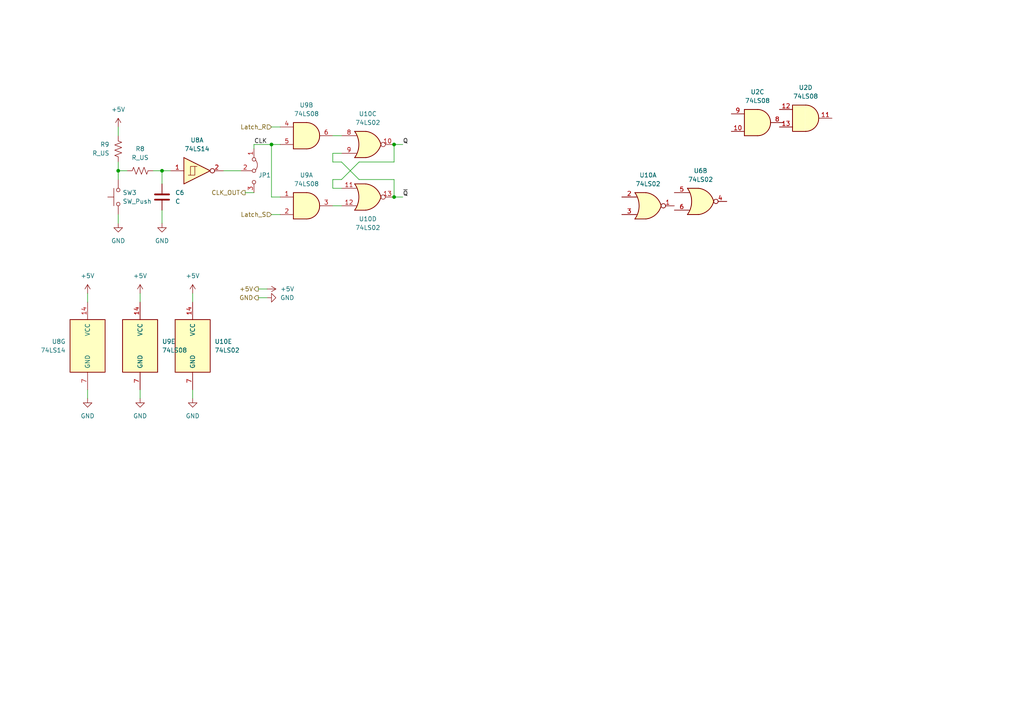
<source format=kicad_sch>
(kicad_sch (version 20230121) (generator eeschema)
  (paper "A4")
  (lib_symbols
    (symbol "74xx:74LS02" (pin_names (offset 1.016))
      (property "Reference" "U" (at 0 1.27 0))
      (property "Value" "74LS02" (at 0 -1.27 0))
      (symbol "74LS02_1_1"
        (arc (start -3.81 -3.81) (mid -2.589 0) (end -3.81 3.81) (stroke (width 0.254)))
        (arc (start -0.6096 -3.81) (mid 2.1842 -2.5851) (end 3.81 0) (stroke (width 0.254)) (fill (type background)))
        (polyline (pts (xy -3.81 -3.81) (xy -0.635 -3.81)) (stroke (width 0.254)) (fill (type background)))
        (polyline (pts (xy -3.81 3.81) (xy -0.635 3.81)) (stroke (width 0.254)) (fill (type background)))
        (polyline (pts (xy -0.635 3.81) (xy -3.81 3.81) (xy -3.81 3.81) (xy -3.556 3.4036) (xy -3.0226 2.2606) (xy -2.6924 1.0414) (xy -2.6162 -0.254) (xy -2.7686 -1.4986) (xy -3.175 -2.7178) (xy -3.81 -3.81) (xy -3.81 -3.81) (xy -0.635 -3.81)) (stroke (width -25.4)) (fill (type background)))
        (arc (start 3.81 0) (mid 2.1915 2.5936) (end -0.6096 3.81) (stroke (width 0.254)) (fill (type background)))
        (pin output inverted (at 7.62 0 180) (length 3.81) (name "~") (number "1"))
        (pin input line (at -7.62 2.54 0) (length 4.318) (name "~") (number "2"))
        (pin input line (at -7.62 -2.54 0) (length 4.318) (name "~") (number "3"))
      )
      (symbol "74LS02_1_2"
        (arc (start 0 -3.81) (mid 3.7934 0) (end 0 3.81) (stroke (width 0.254)) (fill (type background)))
        (polyline (pts (xy 0 3.81) (xy -3.81 3.81) (xy -3.81 -3.81) (xy 0 -3.81)) (stroke (width 0.254)) (fill (type background)))
        (pin output line (at 7.62 0 180) (length 3.81) (name "~") (number "1"))
        (pin input inverted (at -7.62 2.54 0) (length 3.81) (name "~") (number "2"))
        (pin input inverted (at -7.62 -2.54 0) (length 3.81) (name "~") (number "3"))
      )
      (symbol "74LS02_2_1"
        (arc (start -3.81 -3.81) (mid -2.589 0) (end -3.81 3.81) (stroke (width 0.254)))
        (arc (start -0.6096 -3.81) (mid 2.1842 -2.5851) (end 3.81 0) (stroke (width 0.254)) (fill (type background)))
        (polyline (pts (xy -3.81 -3.81) (xy -0.635 -3.81)) (stroke (width 0.254)) (fill (type background)))
        (polyline (pts (xy -3.81 3.81) (xy -0.635 3.81)) (stroke (width 0.254)) (fill (type background)))
        (polyline (pts (xy -0.635 3.81) (xy -3.81 3.81) (xy -3.81 3.81) (xy -3.556 3.4036) (xy -3.0226 2.2606) (xy -2.6924 1.0414) (xy -2.6162 -0.254) (xy -2.7686 -1.4986) (xy -3.175 -2.7178) (xy -3.81 -3.81) (xy -3.81 -3.81) (xy -0.635 -3.81)) (stroke (width -25.4)) (fill (type background)))
        (arc (start 3.81 0) (mid 2.1915 2.5936) (end -0.6096 3.81) (stroke (width 0.254)) (fill (type background)))
        (pin output inverted (at 7.62 0 180) (length 3.81) (name "~") (number "4"))
        (pin input line (at -7.62 2.54 0) (length 4.318) (name "~") (number "5"))
        (pin input line (at -7.62 -2.54 0) (length 4.318) (name "~") (number "6"))
      )
      (symbol "74LS02_2_2"
        (arc (start 0 -3.81) (mid 3.7934 0) (end 0 3.81) (stroke (width 0.254)) (fill (type background)))
        (polyline (pts (xy 0 3.81) (xy -3.81 3.81) (xy -3.81 -3.81) (xy 0 -3.81)) (stroke (width 0.254)) (fill (type background)))
        (pin output line (at 7.62 0 180) (length 3.81) (name "~") (number "4"))
        (pin input inverted (at -7.62 2.54 0) (length 3.81) (name "~") (number "5"))
        (pin input inverted (at -7.62 -2.54 0) (length 3.81) (name "~") (number "6"))
      )
      (symbol "74LS02_3_1"
        (arc (start -3.81 -3.81) (mid -2.589 0) (end -3.81 3.81) (stroke (width 0.254)))
        (arc (start -0.6096 -3.81) (mid 2.1842 -2.5851) (end 3.81 0) (stroke (width 0.254)) (fill (type background)))
        (polyline (pts (xy -3.81 -3.81) (xy -0.635 -3.81)) (stroke (width 0.254)) (fill (type background)))
        (polyline (pts (xy -3.81 3.81) (xy -0.635 3.81)) (stroke (width 0.254)) (fill (type background)))
        (polyline (pts (xy -0.635 3.81) (xy -3.81 3.81) (xy -3.81 3.81) (xy -3.556 3.4036) (xy -3.0226 2.2606) (xy -2.6924 1.0414) (xy -2.6162 -0.254) (xy -2.7686 -1.4986) (xy -3.175 -2.7178) (xy -3.81 -3.81) (xy -3.81 -3.81) (xy -0.635 -3.81)) (stroke (width -25.4)) (fill (type background)))
        (arc (start 3.81 0) (mid 2.1915 2.5936) (end -0.6096 3.81) (stroke (width 0.254)) (fill (type background)))
        (pin output inverted (at 7.62 0 180) (length 3.81) (name "~") (number "10"))
        (pin input line (at -7.62 2.54 0) (length 4.318) (name "~") (number "8"))
        (pin input line (at -7.62 -2.54 0) (length 4.318) (name "~") (number "9"))
      )
      (symbol "74LS02_3_2"
        (arc (start 0 -3.81) (mid 3.7934 0) (end 0 3.81) (stroke (width 0.254)) (fill (type background)))
        (polyline (pts (xy 0 3.81) (xy -3.81 3.81) (xy -3.81 -3.81) (xy 0 -3.81)) (stroke (width 0.254)) (fill (type background)))
        (pin output line (at 7.62 0 180) (length 3.81) (name "~") (number "10"))
        (pin input inverted (at -7.62 2.54 0) (length 3.81) (name "~") (number "8"))
        (pin input inverted (at -7.62 -2.54 0) (length 3.81) (name "~") (number "9"))
      )
      (symbol "74LS02_4_1"
        (arc (start -3.81 -3.81) (mid -2.589 0) (end -3.81 3.81) (stroke (width 0.254)))
        (arc (start -0.6096 -3.81) (mid 2.1842 -2.5851) (end 3.81 0) (stroke (width 0.254)) (fill (type background)))
        (polyline (pts (xy -3.81 -3.81) (xy -0.635 -3.81)) (stroke (width 0.254)) (fill (type background)))
        (polyline (pts (xy -3.81 3.81) (xy -0.635 3.81)) (stroke (width 0.254)) (fill (type background)))
        (polyline (pts (xy -0.635 3.81) (xy -3.81 3.81) (xy -3.81 3.81) (xy -3.556 3.4036) (xy -3.0226 2.2606) (xy -2.6924 1.0414) (xy -2.6162 -0.254) (xy -2.7686 -1.4986) (xy -3.175 -2.7178) (xy -3.81 -3.81) (xy -3.81 -3.81) (xy -0.635 -3.81)) (stroke (width -25.4)) (fill (type background)))
        (arc (start 3.81 0) (mid 2.1915 2.5936) (end -0.6096 3.81) (stroke (width 0.254)) (fill (type background)))
        (pin input line (at -7.62 2.54 0) (length 4.318) (name "~") (number "11"))
        (pin input line (at -7.62 -2.54 0) (length 4.318) (name "~") (number "12"))
        (pin output inverted (at 7.62 0 180) (length 3.81) (name "~") (number "13"))
      )
      (symbol "74LS02_4_2"
        (arc (start 0 -3.81) (mid 3.7934 0) (end 0 3.81) (stroke (width 0.254)) (fill (type background)))
        (polyline (pts (xy 0 3.81) (xy -3.81 3.81) (xy -3.81 -3.81) (xy 0 -3.81)) (stroke (width 0.254)) (fill (type background)))
        (pin input inverted (at -7.62 2.54 0) (length 3.81) (name "~") (number "11"))
        (pin input inverted (at -7.62 -2.54 0) (length 3.81) (name "~") (number "12"))
        (pin output line (at 7.62 0 180) (length 3.81) (name "~") (number "13"))
      )
      (symbol "74LS02_5_0"
        (pin power_in line (at 0 12.7 270) (length 5.08) (name "VCC") (number "14"))
        (pin power_in line (at 0 -12.7 90) (length 5.08) (name "GND") (number "7"))
      )
      (symbol "74LS02_5_1"
        (rectangle (start -5.08 7.62) (end 5.08 -7.62) (stroke (width 0.254)) (fill (type background)))
      )
    )
    (symbol "74xx:74LS08" (pin_names (offset 1.016))
      (property "Reference" "U" (at 0 1.27 0))
      (property "Value" "74LS08" (at 0 -1.27 0))
      (symbol "74LS08_1_1"
        (arc (start 0 -3.81) (mid 3.7934 0) (end 0 3.81) (stroke (width 0.254)) (fill (type background)))
        (polyline (pts (xy 0 3.81) (xy -3.81 3.81) (xy -3.81 -3.81) (xy 0 -3.81)) (stroke (width 0.254)) (fill (type background)))
        (pin input line (at -7.62 2.54 0) (length 3.81) (name "~") (number "1"))
        (pin input line (at -7.62 -2.54 0) (length 3.81) (name "~") (number "2"))
        (pin output line (at 7.62 0 180) (length 3.81) (name "~") (number "3"))
      )
      (symbol "74LS08_1_2"
        (arc (start -3.81 -3.81) (mid -2.589 0) (end -3.81 3.81) (stroke (width 0.254)))
        (arc (start -0.6096 -3.81) (mid 2.1842 -2.5851) (end 3.81 0) (stroke (width 0.254)) (fill (type background)))
        (polyline (pts (xy -3.81 -3.81) (xy -0.635 -3.81)) (stroke (width 0.254)) (fill (type background)))
        (polyline (pts (xy -3.81 3.81) (xy -0.635 3.81)) (stroke (width 0.254)) (fill (type background)))
        (polyline (pts (xy -0.635 3.81) (xy -3.81 3.81) (xy -3.81 3.81) (xy -3.556 3.4036) (xy -3.0226 2.2606) (xy -2.6924 1.0414) (xy -2.6162 -0.254) (xy -2.7686 -1.4986) (xy -3.175 -2.7178) (xy -3.81 -3.81) (xy -3.81 -3.81) (xy -0.635 -3.81)) (stroke (width -25.4)) (fill (type background)))
        (arc (start 3.81 0) (mid 2.1915 2.5936) (end -0.6096 3.81) (stroke (width 0.254)) (fill (type background)))
        (pin input inverted (at -7.62 2.54 0) (length 4.318) (name "~") (number "1"))
        (pin input inverted (at -7.62 -2.54 0) (length 4.318) (name "~") (number "2"))
        (pin output inverted (at 7.62 0 180) (length 3.81) (name "~") (number "3"))
      )
      (symbol "74LS08_2_1"
        (arc (start 0 -3.81) (mid 3.7934 0) (end 0 3.81) (stroke (width 0.254)) (fill (type background)))
        (polyline (pts (xy 0 3.81) (xy -3.81 3.81) (xy -3.81 -3.81) (xy 0 -3.81)) (stroke (width 0.254)) (fill (type background)))
        (pin input line (at -7.62 2.54 0) (length 3.81) (name "~") (number "4"))
        (pin input line (at -7.62 -2.54 0) (length 3.81) (name "~") (number "5"))
        (pin output line (at 7.62 0 180) (length 3.81) (name "~") (number "6"))
      )
      (symbol "74LS08_2_2"
        (arc (start -3.81 -3.81) (mid -2.589 0) (end -3.81 3.81) (stroke (width 0.254)))
        (arc (start -0.6096 -3.81) (mid 2.1842 -2.5851) (end 3.81 0) (stroke (width 0.254)) (fill (type background)))
        (polyline (pts (xy -3.81 -3.81) (xy -0.635 -3.81)) (stroke (width 0.254)) (fill (type background)))
        (polyline (pts (xy -3.81 3.81) (xy -0.635 3.81)) (stroke (width 0.254)) (fill (type background)))
        (polyline (pts (xy -0.635 3.81) (xy -3.81 3.81) (xy -3.81 3.81) (xy -3.556 3.4036) (xy -3.0226 2.2606) (xy -2.6924 1.0414) (xy -2.6162 -0.254) (xy -2.7686 -1.4986) (xy -3.175 -2.7178) (xy -3.81 -3.81) (xy -3.81 -3.81) (xy -0.635 -3.81)) (stroke (width -25.4)) (fill (type background)))
        (arc (start 3.81 0) (mid 2.1915 2.5936) (end -0.6096 3.81) (stroke (width 0.254)) (fill (type background)))
        (pin input inverted (at -7.62 2.54 0) (length 4.318) (name "~") (number "4"))
        (pin input inverted (at -7.62 -2.54 0) (length 4.318) (name "~") (number "5"))
        (pin output inverted (at 7.62 0 180) (length 3.81) (name "~") (number "6"))
      )
      (symbol "74LS08_3_1"
        (arc (start 0 -3.81) (mid 3.7934 0) (end 0 3.81) (stroke (width 0.254)) (fill (type background)))
        (polyline (pts (xy 0 3.81) (xy -3.81 3.81) (xy -3.81 -3.81) (xy 0 -3.81)) (stroke (width 0.254)) (fill (type background)))
        (pin input line (at -7.62 -2.54 0) (length 3.81) (name "~") (number "10"))
        (pin output line (at 7.62 0 180) (length 3.81) (name "~") (number "8"))
        (pin input line (at -7.62 2.54 0) (length 3.81) (name "~") (number "9"))
      )
      (symbol "74LS08_3_2"
        (arc (start -3.81 -3.81) (mid -2.589 0) (end -3.81 3.81) (stroke (width 0.254)))
        (arc (start -0.6096 -3.81) (mid 2.1842 -2.5851) (end 3.81 0) (stroke (width 0.254)) (fill (type background)))
        (polyline (pts (xy -3.81 -3.81) (xy -0.635 -3.81)) (stroke (width 0.254)) (fill (type background)))
        (polyline (pts (xy -3.81 3.81) (xy -0.635 3.81)) (stroke (width 0.254)) (fill (type background)))
        (polyline (pts (xy -0.635 3.81) (xy -3.81 3.81) (xy -3.81 3.81) (xy -3.556 3.4036) (xy -3.0226 2.2606) (xy -2.6924 1.0414) (xy -2.6162 -0.254) (xy -2.7686 -1.4986) (xy -3.175 -2.7178) (xy -3.81 -3.81) (xy -3.81 -3.81) (xy -0.635 -3.81)) (stroke (width -25.4)) (fill (type background)))
        (arc (start 3.81 0) (mid 2.1915 2.5936) (end -0.6096 3.81) (stroke (width 0.254)) (fill (type background)))
        (pin input inverted (at -7.62 -2.54 0) (length 4.318) (name "~") (number "10"))
        (pin output inverted (at 7.62 0 180) (length 3.81) (name "~") (number "8"))
        (pin input inverted (at -7.62 2.54 0) (length 4.318) (name "~") (number "9"))
      )
      (symbol "74LS08_4_1"
        (arc (start 0 -3.81) (mid 3.7934 0) (end 0 3.81) (stroke (width 0.254)) (fill (type background)))
        (polyline (pts (xy 0 3.81) (xy -3.81 3.81) (xy -3.81 -3.81) (xy 0 -3.81)) (stroke (width 0.254)) (fill (type background)))
        (pin output line (at 7.62 0 180) (length 3.81) (name "~") (number "11"))
        (pin input line (at -7.62 2.54 0) (length 3.81) (name "~") (number "12"))
        (pin input line (at -7.62 -2.54 0) (length 3.81) (name "~") (number "13"))
      )
      (symbol "74LS08_4_2"
        (arc (start -3.81 -3.81) (mid -2.589 0) (end -3.81 3.81) (stroke (width 0.254)))
        (arc (start -0.6096 -3.81) (mid 2.1842 -2.5851) (end 3.81 0) (stroke (width 0.254)) (fill (type background)))
        (polyline (pts (xy -3.81 -3.81) (xy -0.635 -3.81)) (stroke (width 0.254)) (fill (type background)))
        (polyline (pts (xy -3.81 3.81) (xy -0.635 3.81)) (stroke (width 0.254)) (fill (type background)))
        (polyline (pts (xy -0.635 3.81) (xy -3.81 3.81) (xy -3.81 3.81) (xy -3.556 3.4036) (xy -3.0226 2.2606) (xy -2.6924 1.0414) (xy -2.6162 -0.254) (xy -2.7686 -1.4986) (xy -3.175 -2.7178) (xy -3.81 -3.81) (xy -3.81 -3.81) (xy -0.635 -3.81)) (stroke (width -25.4)) (fill (type background)))
        (arc (start 3.81 0) (mid 2.1915 2.5936) (end -0.6096 3.81) (stroke (width 0.254)) (fill (type background)))
        (pin output inverted (at 7.62 0 180) (length 3.81) (name "~") (number "11"))
        (pin input inverted (at -7.62 2.54 0) (length 4.318) (name "~") (number "12"))
        (pin input inverted (at -7.62 -2.54 0) (length 4.318) (name "~") (number "13"))
      )
      (symbol "74LS08_5_0"
        (pin power_in line (at 0 12.7 270) (length 5.08) (name "VCC") (number "14"))
        (pin power_in line (at 0 -12.7 90) (length 5.08) (name "GND") (number "7"))
      )
      (symbol "74LS08_5_1"
        (rectangle (start -5.08 7.62) (end 5.08 -7.62) (stroke (width 0.254)) (fill (type background)))
      )
    )
    (symbol "74xx:74LS14" (pin_names (offset 1.016))
      (property "Reference" "U" (at 0 1.27 0))
      (property "Value" "74LS14" (at 0 -1.27 0))
      (symbol "74LS14_1_0"
        (polyline (pts (xy -3.81 3.81) (xy -3.81 -3.81) (xy 3.81 0) (xy -3.81 3.81)) (stroke (width 0.254)) (fill (type background)))
        (pin input line (at -7.62 0 0) (length 3.81) (name "~") (number "1"))
        (pin output inverted (at 7.62 0 180) (length 3.81) (name "~") (number "2"))
      )
      (symbol "74LS14_1_1"
        (polyline (pts (xy -1.905 -1.27) (xy -1.905 1.27) (xy -0.635 1.27)))
        (polyline (pts (xy -2.54 -1.27) (xy -0.635 -1.27) (xy -0.635 1.27) (xy 0 1.27)))
      )
      (symbol "74LS14_2_0"
        (polyline (pts (xy -3.81 3.81) (xy -3.81 -3.81) (xy 3.81 0) (xy -3.81 3.81)) (stroke (width 0.254)) (fill (type background)))
        (pin input line (at -7.62 0 0) (length 3.81) (name "~") (number "3"))
        (pin output inverted (at 7.62 0 180) (length 3.81) (name "~") (number "4"))
      )
      (symbol "74LS14_2_1"
        (polyline (pts (xy -1.905 -1.27) (xy -1.905 1.27) (xy -0.635 1.27)))
        (polyline (pts (xy -2.54 -1.27) (xy -0.635 -1.27) (xy -0.635 1.27) (xy 0 1.27)))
      )
      (symbol "74LS14_3_0"
        (polyline (pts (xy -3.81 3.81) (xy -3.81 -3.81) (xy 3.81 0) (xy -3.81 3.81)) (stroke (width 0.254)) (fill (type background)))
        (pin input line (at -7.62 0 0) (length 3.81) (name "~") (number "5"))
        (pin output inverted (at 7.62 0 180) (length 3.81) (name "~") (number "6"))
      )
      (symbol "74LS14_3_1"
        (polyline (pts (xy -1.905 -1.27) (xy -1.905 1.27) (xy -0.635 1.27)))
        (polyline (pts (xy -2.54 -1.27) (xy -0.635 -1.27) (xy -0.635 1.27) (xy 0 1.27)))
      )
      (symbol "74LS14_4_0"
        (polyline (pts (xy -3.81 3.81) (xy -3.81 -3.81) (xy 3.81 0) (xy -3.81 3.81)) (stroke (width 0.254)) (fill (type background)))
        (pin output inverted (at 7.62 0 180) (length 3.81) (name "~") (number "8"))
        (pin input line (at -7.62 0 0) (length 3.81) (name "~") (number "9"))
      )
      (symbol "74LS14_4_1"
        (polyline (pts (xy -1.905 -1.27) (xy -1.905 1.27) (xy -0.635 1.27)))
        (polyline (pts (xy -2.54 -1.27) (xy -0.635 -1.27) (xy -0.635 1.27) (xy 0 1.27)))
      )
      (symbol "74LS14_5_0"
        (polyline (pts (xy -3.81 3.81) (xy -3.81 -3.81) (xy 3.81 0) (xy -3.81 3.81)) (stroke (width 0.254)) (fill (type background)))
        (pin output inverted (at 7.62 0 180) (length 3.81) (name "~") (number "10"))
        (pin input line (at -7.62 0 0) (length 3.81) (name "~") (number "11"))
      )
      (symbol "74LS14_5_1"
        (polyline (pts (xy -1.905 -1.27) (xy -1.905 1.27) (xy -0.635 1.27)))
        (polyline (pts (xy -2.54 -1.27) (xy -0.635 -1.27) (xy -0.635 1.27) (xy 0 1.27)))
      )
      (symbol "74LS14_6_0"
        (polyline (pts (xy -3.81 3.81) (xy -3.81 -3.81) (xy 3.81 0) (xy -3.81 3.81)) (stroke (width 0.254)) (fill (type background)))
        (pin output inverted (at 7.62 0 180) (length 3.81) (name "~") (number "12"))
        (pin input line (at -7.62 0 0) (length 3.81) (name "~") (number "13"))
      )
      (symbol "74LS14_6_1"
        (polyline (pts (xy -1.905 -1.27) (xy -1.905 1.27) (xy -0.635 1.27)))
        (polyline (pts (xy -2.54 -1.27) (xy -0.635 -1.27) (xy -0.635 1.27) (xy 0 1.27)))
      )
      (symbol "74LS14_7_0"
        (pin power_in line (at 0 12.7 270) (length 5.08) (name "VCC") (number "14"))
        (pin power_in line (at 0 -12.7 90) (length 5.08) (name "GND") (number "7"))
      )
      (symbol "74LS14_7_1"
        (rectangle (start -5.08 7.62) (end 5.08 -7.62) (stroke (width 0.254)) (fill (type background)))
      )
    )
    (symbol "Device:C" (pin_numbers hide) (pin_names (offset 0.254))
      (property "Reference" "C" (at 0.635 2.54 0))
      (property "Value" "C" (at 0.635 -2.54 0))
      (symbol "C_0_1"
        (polyline (pts (xy -2.032 -0.762) (xy 2.032 -0.762)) (stroke (width 0.508)))
        (polyline (pts (xy -2.032 0.762) (xy 2.032 0.762)) (stroke (width 0.508)))
      )
      (symbol "C_1_1"
        (pin passive line (at 0 3.81 270) (length 2.794) (name "~") (number "1"))
        (pin passive line (at 0 -3.81 90) (length 2.794) (name "~") (number "2"))
      )
    )
    (symbol "Device:R_US" (pin_numbers hide) (pin_names (offset 0))
      (property "Reference" "R" (at 2.54 0 90))
      (property "Value" "R_US" (at -2.54 0 90))
      (symbol "R_US_0_1"
        (polyline (pts (xy 0 -2.286) (xy 0 -2.54)))
        (polyline (pts (xy 0 2.286) (xy 0 2.54)))
        (polyline (pts (xy 0 -0.762) (xy 1.016 -1.143) (xy 0 -1.524) (xy -1.016 -1.905) (xy 0 -2.286)))
        (polyline (pts (xy 0 0.762) (xy 1.016 0.381) (xy 0 0) (xy -1.016 -0.381) (xy 0 -0.762)))
        (polyline (pts (xy 0 2.286) (xy 1.016 1.905) (xy 0 1.524) (xy -1.016 1.143) (xy 0 0.762)))
      )
      (symbol "R_US_1_1"
        (pin passive line (at 0 3.81 270) (length 1.27) (name "~") (number "1"))
        (pin passive line (at 0 -3.81 90) (length 1.27) (name "~") (number "2"))
      )
    )
    (symbol "Jumper:Jumper_3_Bridged12" (pin_names (offset 0) hide)
      (property "Reference" "JP" (at -2.54 -2.54 0))
      (property "Value" "Jumper_3_Bridged12" (at 0 2.794 0))
      (symbol "Jumper_3_Bridged12_0_0"
        (circle (center -3.302 0) (radius 0.508))
        (circle (center 0 0) (radius 0.508))
        (circle (center 3.302 0) (radius 0.508))
      )
      (symbol "Jumper_3_Bridged12_0_1"
        (arc (start -0.254 0.508) (mid -1.651 0.9912) (end -3.048 0.508))
        (polyline (pts (xy 0 -1.27) (xy 0 -0.508)))
      )
      (symbol "Jumper_3_Bridged12_1_1"
        (pin passive line (at -6.35 0 0) (length 2.54) (name "A") (number "1"))
        (pin passive line (at 0 -3.81 90) (length 2.54) (name "C") (number "2"))
        (pin passive line (at 6.35 0 180) (length 2.54) (name "B") (number "3"))
      )
    )
    (symbol "Switch:SW_Push" (pin_numbers hide) (pin_names (offset 1.016) hide)
      (property "Reference" "SW" (at 1.27 2.54 0))
      (property "Value" "SW_Push" (at 0 -1.524 0))
      (symbol "SW_Push_0_1"
        (circle (center -2.032 0) (radius 0.508))
        (polyline (pts (xy 0 1.27) (xy 0 3.048)))
        (polyline (pts (xy 2.54 1.27) (xy -2.54 1.27)))
        (circle (center 2.032 0) (radius 0.508))
        (pin passive line (at -5.08 0 0) (length 2.54) (name "1") (number "1"))
        (pin passive line (at 5.08 0 180) (length 2.54) (name "2") (number "2"))
      )
    )
    (symbol "power:+5V" (power) (pin_names (offset 0))
      (property "Value" "+5V" (at 0 3.556 0))
      (symbol "+5V_0_1"
        (polyline (pts (xy -0.762 1.27) (xy 0 2.54)))
        (polyline (pts (xy 0 0) (xy 0 2.54)))
        (polyline (pts (xy 0 2.54) (xy 0.762 1.27)))
      )
      (symbol "+5V_1_1"
        (pin power_in line (at 0 0 90) (length 0) hide (name "+5V") (number "1"))
      )
    )
    (symbol "power:GND" (power) (pin_names (offset 0))
      (property "Value" "GND" (at 0 -3.81 0))
      (symbol "GND_0_1"
        (polyline (pts (xy 0 0) (xy 0 -1.27) (xy 1.27 -1.27) (xy 0 -2.54) (xy -1.27 -1.27) (xy 0 -1.27)))
      )
      (symbol "GND_1_1"
        (pin power_in line (at 0 0 270) (length 0) hide (name "GND") (number "1"))
      )
    )
  )
  (junction (at 46.99 49.53))
  (junction (at 114.3 57.15))
  (junction (at 78.74 41.91))
  (junction (at 114.3 41.91))
  (junction (at 34.29 49.53))
  (wire (pts (xy 25.4 113.03) (xy 25.4 115.57)))
  (wire (pts (xy 114.3 46.99) (xy 104.14 46.99)))
  (wire (pts (xy 96.52 46.99) (xy 99.06 46.99)))
  (wire (pts (xy 99.06 46.99) (xy 104.14 52.07)))
  (wire (pts (xy 74.93 86.36) (xy 77.47 86.36)))
  (wire (pts (xy 114.3 52.07) (xy 114.3 57.15)))
  (wire (pts (xy 64.77 49.53) (xy 69.85 49.53)))
  (wire (pts (xy 114.3 41.91) (xy 116.84 41.91)))
  (wire (pts (xy 114.3 41.91) (xy 114.3 46.99)))
  (wire (pts (xy 46.99 60.96) (xy 46.99 64.77)))
  (wire (pts (xy 96.52 59.69) (xy 99.06 59.69)))
  (wire (pts (xy 34.29 52.07) (xy 34.29 49.53)))
  (wire (pts (xy 25.4 85.09) (xy 25.4 87.63)))
  (wire (pts (xy 34.29 46.99) (xy 34.29 49.53)))
  (wire (pts (xy 96.52 44.45) (xy 99.06 44.45)))
  (wire (pts (xy 44.45 49.53) (xy 46.99 49.53)))
  (wire (pts (xy 40.64 85.09) (xy 40.64 87.63)))
  (wire (pts (xy 71.12 55.88) (xy 73.66 55.88)))
  (wire (pts (xy 78.74 41.91) (xy 81.28 41.91)))
  (wire (pts (xy 36.83 49.53) (xy 34.29 49.53)))
  (wire (pts (xy 46.99 49.53) (xy 49.53 49.53)))
  (wire (pts (xy 96.52 44.45) (xy 96.52 46.99)))
  (wire (pts (xy 34.29 64.77) (xy 34.29 62.23)))
  (wire (pts (xy 96.52 39.37) (xy 99.06 39.37)))
  (wire (pts (xy 96.52 52.07) (xy 99.06 52.07)))
  (wire (pts (xy 104.14 46.99) (xy 99.06 52.07)))
  (wire (pts (xy 78.74 41.91) (xy 78.74 57.15)))
  (wire (pts (xy 73.66 41.91) (xy 78.74 41.91)))
  (wire (pts (xy 55.88 85.09) (xy 55.88 87.63)))
  (wire (pts (xy 78.74 62.23) (xy 81.28 62.23)))
  (wire (pts (xy 55.88 115.57) (xy 55.88 113.03)))
  (wire (pts (xy 74.93 83.82) (xy 77.47 83.82)))
  (wire (pts (xy 78.74 36.83) (xy 81.28 36.83)))
  (wire (pts (xy 34.29 36.83) (xy 34.29 39.37)))
  (wire (pts (xy 78.74 57.15) (xy 81.28 57.15)))
  (wire (pts (xy 46.99 49.53) (xy 46.99 53.34)))
  (wire (pts (xy 96.52 54.61) (xy 99.06 54.61)))
  (wire (pts (xy 96.52 52.07) (xy 96.52 54.61)))
  (wire (pts (xy 73.66 41.91) (xy 73.66 43.18)))
  (wire (pts (xy 104.14 52.07) (xy 114.3 52.07)))
  (wire (pts (xy 40.64 115.57) (xy 40.64 113.03)))
  (wire (pts (xy 114.3 57.15) (xy 116.84 57.15)))
  (label "~{Q}" (at 116.84 57.15 0))
  (label "CLK" (at 77.47 41.91 180))
  (label "Q" (at 116.84 41.91 0))
  (hierarchical_label "Latch_R" (shape input) (at 78.74 36.83 180))
  (hierarchical_label "+5V" (shape output) (at 74.93 83.82 180))
  (hierarchical_label "CLK_OUT" (shape output) (at 71.12 55.88 180))
  (hierarchical_label "Latch_S" (shape input) (at 78.74 62.23 180))
  (hierarchical_label "GND" (shape output) (at 74.93 86.36 180))
  (symbol (lib_id "74xx:74LS02") (at 203.2 58.42 0) (unit 2)
    (property "Reference" "U6" (at 203.2 49.53 0))
    (property "Value" "74LS02" (at 203.2 52.07 0))
    (property "Footprint" "Package_DIP:DIP-14_W7.62mm_Socket" (effects hide))
    (property "Datasheet" "http://www.ti.com/lit/gpn/sn74ls02" (effects hide))
  )
  (symbol (lib_id "Device:R_US") (at 34.29 43.18 0) (unit 1)
    (property "Reference" "R9" (at 31.75 41.91 0) (effects (justify right)))
    (property "Value" "R_US" (at 31.75 44.45 0) (effects (justify right)))
    (property "Footprint" "Resistor_THT:R_Axial_DIN0207_L6.3mm_D2.5mm_P7.62mm_Horizontal" (effects hide))
  )
  (symbol (lib_id "power:GND") (at 46.99 64.77 0) (unit 1)
    (property "Reference" "#PWR026" (effects hide))
    (property "Value" "GND" (at 46.99 69.85 0))
  )
  (symbol (lib_id "Device:R_US") (at 40.64 49.53 90) (unit 1)
    (property "Reference" "R8" (at 40.64 43.18 90))
    (property "Value" "R_US" (at 40.64 45.72 90))
    (property "Footprint" "Resistor_THT:R_Axial_DIN0207_L6.3mm_D2.5mm_P7.62mm_Horizontal" (effects hide))
  )
  (symbol (lib_id "74xx:74LS02") (at 187.96 59.69 0) (unit 1)
    (property "Reference" "U10" (at 187.96 50.8 0))
    (property "Value" "74LS02" (at 187.96 53.34 0))
    (property "Footprint" "Package_DIP:DIP-14_W7.62mm_Socket" (effects hide))
    (property "Datasheet" "http://www.ti.com/lit/gpn/sn74ls02" (effects hide))
  )
  (symbol (lib_id "74xx:74LS08") (at 88.9 59.69 0) (unit 1)
    (property "Reference" "U9" (at 88.8917 50.8 0))
    (property "Value" "74LS08" (at 88.8917 53.34 0))
    (property "Footprint" "Package_DIP:DIP-14_W7.62mm_Socket" (effects hide))
    (property "Datasheet" "http://www.ti.com/lit/gpn/sn74LS08" (effects hide))
  )
  (symbol (lib_id "74xx:74LS14") (at 57.15 49.53 0) (unit 1)
    (property "Reference" "U8" (at 57.15 40.64 0))
    (property "Value" "74LS14" (at 57.15 43.18 0))
    (property "Footprint" "Package_DIP:DIP-14_W7.62mm_Socket" (effects hide))
    (property "Datasheet" "http://www.ti.com/lit/gpn/sn74LS14" (effects hide))
  )
  (symbol (lib_id "power:GND") (at 25.4 115.57 0) (unit 1)
    (property "Reference" "#PWR023" (effects hide))
    (property "Value" "GND" (at 25.4 120.65 0))
  )
  (symbol (lib_id "74xx:74LS02") (at 106.68 41.91 0) (unit 3)
    (property "Reference" "U10" (at 106.68 33.02 0))
    (property "Value" "74LS02" (at 106.68 35.56 0))
    (property "Footprint" "Package_DIP:DIP-14_W7.62mm_Socket" (effects hide))
    (property "Datasheet" "http://www.ti.com/lit/gpn/sn74ls02" (effects hide))
  )
  (symbol (lib_id "power:+5V") (at 55.88 85.09 0) (unit 1)
    (property "Reference" "#PWR013" (effects hide))
    (property "Value" "+5V" (at 55.88 80.01 0))
    (instances (project "preperf_10x10" (path "" (reference "#PWR013") (unit 1)) (path "" (reference "#PWR019") (unit 1)) (path "" (reference "#PWR029") (unit 1))))
  )
  (symbol (lib_id "74xx:74LS02") (at 55.88 100.33 0) (unit 5)
    (property "Reference" "U10" (at 62.23 99.06 0) (effects (justify left)))
    (property "Value" "74LS02" (at 62.23 101.6 0) (effects (justify left)))
    (property "Footprint" "Package_DIP:DIP-14_W7.62mm_Socket" (effects hide))
    (property "Datasheet" "http://www.ti.com/lit/gpn/sn74ls02" (effects hide))
  )
  (symbol (lib_id "power:+5V") (at 40.64 85.09 0) (unit 1)
    (property "Reference" "#PWR013" (effects hide))
    (property "Value" "+5V" (at 40.64 80.01 0))
    (instances (project "preperf_10x10" (path "" (reference "#PWR013") (unit 1)) (path "" (reference "#PWR019") (unit 1)) (path "" (reference "#PWR038") (unit 1))))
  )
  (symbol (lib_id "power:GND") (at 34.29 64.77 0) (unit 1)
    (property "Reference" "#PWR025" (effects hide))
    (property "Value" "GND" (at 34.29 69.85 0))
  )
  (symbol (lib_id "Device:C") (at 46.99 57.15 0) (unit 1)
    (property "Reference" "C6" (at 50.8 55.88 0) (effects (justify left)))
    (property "Value" "C" (at 50.8 58.42 0) (effects (justify left)))
    (property "Footprint" "Capacitor_THT:C_Radial_D5.0mm_H5.0mm_P2.00mm" (effects hide))
  )
  (symbol (lib_id "74xx:74LS08") (at 40.64 100.33 0) (unit 5)
    (property "Reference" "U9" (at 46.99 99.06 0) (effects (justify left)))
    (property "Value" "74LS08" (at 46.99 101.6 0) (effects (justify left)))
    (property "Footprint" "Package_DIP:DIP-14_W7.62mm_Socket" (effects hide))
    (property "Datasheet" "http://www.ti.com/lit/gpn/sn74LS08" (effects hide))
  )
  (symbol (lib_id "Jumper:Jumper_3_Bridged12") (at 73.66 49.53 270) (unit 1)
    (property "Reference" "JP1" (at 74.93 50.8 90) (effects (justify left)))
    (property "Value" "Jumper_3_Bridged12" (effects hide))
    (property "Footprint" "Connector_PinHeader_2.54mm:PinHeader_1x03_P2.54mm_Vertical" (effects hide))
  )
  (symbol (lib_id "power:+5V") (at 25.4 85.09 0) (unit 1)
    (property "Reference" "#PWR013" (effects hide))
    (property "Value" "+5V" (at 25.4 80.01 0))
    (instances (project "preperf_10x10" (path "" (reference "#PWR013") (unit 1)) (path "" (reference "#PWR019") (unit 1)) (path "" (reference "#PWR022") (unit 1))))
  )
  (symbol (lib_id "74xx:74LS08") (at 88.9 39.37 0) (unit 2)
    (property "Reference" "U9" (at 88.8917 30.48 0))
    (property "Value" "74LS08" (at 88.8917 33.02 0))
    (property "Footprint" "Package_DIP:DIP-14_W7.62mm_Socket" (effects hide))
    (property "Datasheet" "http://www.ti.com/lit/gpn/sn74LS08" (effects hide))
  )
  (symbol (lib_id "Switch:SW_Push") (at 34.29 57.15 90) (unit 1)
    (property "Reference" "SW3" (at 35.56 55.88 90) (effects (justify right)))
    (property "Value" "SW_Push" (at 35.56 58.42 90) (effects (justify right)))
    (property "Footprint" "Button_Switch_THT:SW_PUSH_6mm_H4.3mm" (effects hide))
  )
  (symbol (lib_id "power:GND") (at 77.47 86.36 90) (unit 1)
    (property "Reference" "#PWR08" (effects hide))
    (property "Value" "GND" (at 81.28 86.36 90) (effects (justify right)))
    (instances (project "preperf_10x10" (path "" (reference "#PWR08") (unit 1)) (path "" (reference "#PWR020") (unit 1)) (path "" (reference "#PWR037") (unit 1))))
  )
  (symbol (lib_id "74xx:74LS08") (at 219.71 35.56 0) (unit 3)
    (property "Reference" "U2" (at 219.7017 26.67 0))
    (property "Value" "74LS08" (at 219.7017 29.21 0))
    (property "Footprint" "Package_DIP:DIP-14_W7.62mm_Socket" (effects hide))
    (property "Datasheet" "http://www.ti.com/lit/gpn/sn74LS08" (effects hide))
  )
  (symbol (lib_id "power:+5V") (at 34.29 36.83 0) (unit 1)
    (property "Reference" "#PWR013" (effects hide))
    (property "Value" "+5V" (at 34.29 31.75 0))
    (instances (project "preperf_10x10" (path "" (reference "#PWR013") (unit 1)) (path "" (reference "#PWR019") (unit 1)) (path "" (reference "#PWR024") (unit 1))))
  )
  (symbol (lib_id "74xx:74LS02") (at 106.68 57.15 0) (unit 4)
    (property "Reference" "U10" (at 106.68 63.5 0))
    (property "Value" "74LS02" (at 106.68 66.04 0))
    (property "Footprint" "Package_DIP:DIP-14_W7.62mm_Socket" (effects hide))
    (property "Datasheet" "http://www.ti.com/lit/gpn/sn74ls02" (effects hide))
  )
  (symbol (lib_id "power:GND") (at 40.64 115.57 0) (unit 1)
    (property "Reference" "#PWR027" (effects hide))
    (property "Value" "GND" (at 40.64 120.65 0))
  )
  (symbol (lib_id "power:GND") (at 55.88 115.57 0) (unit 1)
    (property "Reference" "#PWR028" (effects hide))
    (property "Value" "GND" (at 55.88 120.65 0))
  )
  (symbol (lib_id "74xx:74LS14") (at 25.4 100.33 0) (unit 7)
    (property "Reference" "U8" (at 19.05 99.06 0) (effects (justify right)))
    (property "Value" "74LS14" (at 19.05 101.6 0) (effects (justify right)))
    (property "Footprint" "Package_DIP:DIP-14_W7.62mm_Socket" (effects hide))
    (property "Datasheet" "http://www.ti.com/lit/gpn/sn74LS14" (effects hide))
  )
  (symbol (lib_id "power:+5V") (at 77.47 83.82 270) (unit 1)
    (property "Reference" "#PWR013" (effects hide))
    (property "Value" "+5V" (at 81.28 83.82 90) (effects (justify left)))
    (instances (project "preperf_10x10" (path "" (reference "#PWR013") (unit 1)) (path "" (reference "#PWR019") (unit 1)) (path "" (reference "#PWR036") (unit 1))))
  )
  (symbol (lib_id "74xx:74LS08") (at 233.68 34.29 0) (unit 4)
    (property "Reference" "U2" (at 233.6717 25.4 0))
    (property "Value" "74LS08" (at 233.6717 27.94 0))
    (property "Footprint" "Package_DIP:DIP-14_W7.62mm_Socket" (effects hide))
    (property "Datasheet" "http://www.ti.com/lit/gpn/sn74LS08" (effects hide))
  )
)
</source>
